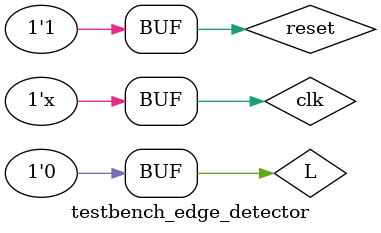
<source format=sv>
`timescale 1ns / 1ps

module testbench_edge_detector();
    
    logic clk, reset, L;
    logic P;

    edge_detector DUT (
    .clk   (clk),
    .reset (reset),
    .L     (L),
    .P     (P)
    );

    always #5 clk=~clk;

    initial begin 
        clk = 0;
        reset = 1;
        #10 reset = 0;
        L = 1;
        #35 L = 0;

        #15 L = 1;

        #15 reset = 1;

        #10 L = 0;


    end


endmodule
</source>
